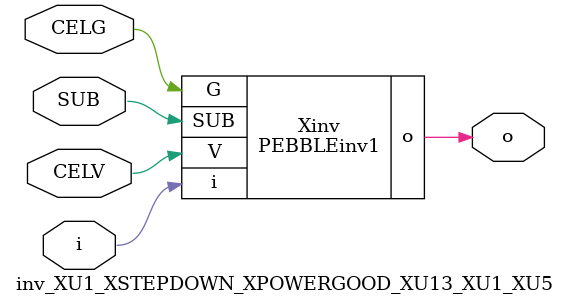
<source format=v>



module PEBBLEinv1 ( o, G, SUB, V, i );

  input V;
  input i;
  input G;
  output o;
  input SUB;
endmodule

//Celera Confidential Do Not Copy inv_XU1_XSTEPDOWN_XPOWERGOOD_XU13_XU1_XU5
//Celera Confidential Symbol Generator
//5V Inverter
module inv_XU1_XSTEPDOWN_XPOWERGOOD_XU13_XU1_XU5 (CELV,CELG,i,o,SUB);
input CELV;
input CELG;
input i;
input SUB;
output o;

//Celera Confidential Do Not Copy inv
PEBBLEinv1 Xinv(
.V (CELV),
.i (i),
.o (o),
.SUB (SUB),
.G (CELG)
);
//,diesize,PEBBLEinv1

//Celera Confidential Do Not Copy Module End
//Celera Schematic Generator
endmodule

</source>
